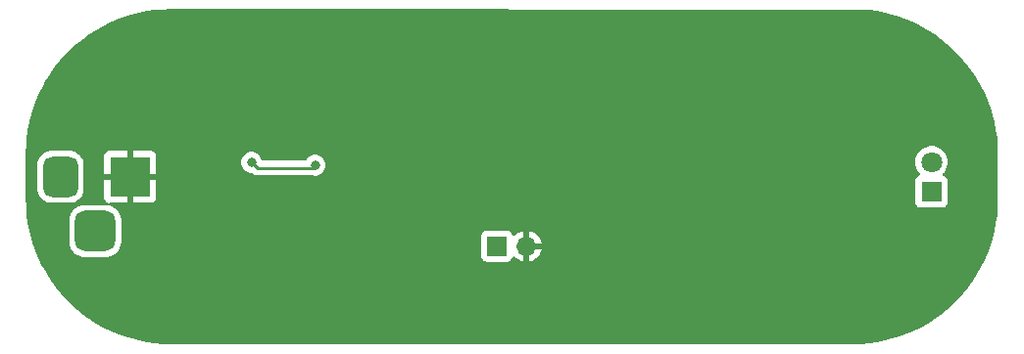
<source format=gbr>
%TF.GenerationSoftware,KiCad,Pcbnew,7.0.10*%
%TF.CreationDate,2024-11-23T20:10:39-08:00*%
%TF.ProjectId,charging-base rev1,63686172-6769-46e6-972d-626173652072,rev?*%
%TF.SameCoordinates,Original*%
%TF.FileFunction,Copper,L2,Bot*%
%TF.FilePolarity,Positive*%
%FSLAX46Y46*%
G04 Gerber Fmt 4.6, Leading zero omitted, Abs format (unit mm)*
G04 Created by KiCad (PCBNEW 7.0.10) date 2024-11-23 20:10:39*
%MOMM*%
%LPD*%
G01*
G04 APERTURE LIST*
G04 Aperture macros list*
%AMRoundRect*
0 Rectangle with rounded corners*
0 $1 Rounding radius*
0 $2 $3 $4 $5 $6 $7 $8 $9 X,Y pos of 4 corners*
0 Add a 4 corners polygon primitive as box body*
4,1,4,$2,$3,$4,$5,$6,$7,$8,$9,$2,$3,0*
0 Add four circle primitives for the rounded corners*
1,1,$1+$1,$2,$3*
1,1,$1+$1,$4,$5*
1,1,$1+$1,$6,$7*
1,1,$1+$1,$8,$9*
0 Add four rect primitives between the rounded corners*
20,1,$1+$1,$2,$3,$4,$5,0*
20,1,$1+$1,$4,$5,$6,$7,0*
20,1,$1+$1,$6,$7,$8,$9,0*
20,1,$1+$1,$8,$9,$2,$3,0*%
G04 Aperture macros list end*
%TA.AperFunction,ComponentPad*%
%ADD10R,1.700000X1.700000*%
%TD*%
%TA.AperFunction,ComponentPad*%
%ADD11O,1.700000X1.700000*%
%TD*%
%TA.AperFunction,ComponentPad*%
%ADD12R,3.500000X3.500000*%
%TD*%
%TA.AperFunction,ComponentPad*%
%ADD13RoundRect,0.750000X-0.750000X-1.000000X0.750000X-1.000000X0.750000X1.000000X-0.750000X1.000000X0*%
%TD*%
%TA.AperFunction,ComponentPad*%
%ADD14RoundRect,0.875000X-0.875000X-0.875000X0.875000X-0.875000X0.875000X0.875000X-0.875000X0.875000X0*%
%TD*%
%TA.AperFunction,ComponentPad*%
%ADD15R,1.800000X1.800000*%
%TD*%
%TA.AperFunction,ComponentPad*%
%ADD16C,1.800000*%
%TD*%
%TA.AperFunction,ViaPad*%
%ADD17C,0.800000*%
%TD*%
%TA.AperFunction,Conductor*%
%ADD18C,0.254000*%
%TD*%
G04 APERTURE END LIST*
D10*
%TO.P,J2,1,Pin_1*%
%TO.N,Net-(J2-Pin_1)*%
X148710000Y-106000000D03*
D11*
%TO.P,J2,2,Pin_2*%
%TO.N,+VDC*%
X151250000Y-106000000D03*
%TD*%
D12*
%TO.P,J1,1*%
%TO.N,+VDC*%
X117000000Y-100000000D03*
D13*
%TO.P,J1,2*%
%TO.N,GND*%
X111000000Y-100000000D03*
D14*
%TO.P,J1,3*%
X114000000Y-104700000D03*
%TD*%
D15*
%TO.P,D1,1,K*%
%TO.N,Net-(D1-K)*%
X186250000Y-101274999D03*
D16*
%TO.P,D1,2,A*%
%TO.N,Net-(D1-A)*%
X186250000Y-98734999D03*
%TD*%
D17*
%TO.N,+VDC*%
X138000000Y-98500000D03*
X177000000Y-95000000D03*
%TO.N,/output-voltage*%
X133000000Y-99000000D03*
X127500000Y-98750000D03*
%TD*%
D18*
%TO.N,/output-voltage*%
X128000000Y-99250000D02*
X127500000Y-98750000D01*
X133000000Y-99000000D02*
X132750000Y-99250000D01*
X132750000Y-99250000D02*
X128000000Y-99250000D01*
%TD*%
%TA.AperFunction,Conductor*%
%TO.N,+VDC*%
G36*
X179424495Y-85508489D02*
G01*
X179424632Y-85508500D01*
X179433054Y-85508500D01*
X179497545Y-85508500D01*
X179498313Y-85508500D01*
X179501671Y-85508545D01*
X180172932Y-85526729D01*
X180179623Y-85527092D01*
X180847229Y-85581454D01*
X180853884Y-85582177D01*
X181517608Y-85672607D01*
X181524180Y-85673685D01*
X182181999Y-85799910D01*
X182188539Y-85801349D01*
X182838591Y-85963009D01*
X182845029Y-85964797D01*
X183485355Y-86161408D01*
X183491685Y-86163540D01*
X184120441Y-86394533D01*
X184126656Y-86397010D01*
X184741971Y-86661699D01*
X184748045Y-86664509D01*
X185133882Y-86855867D01*
X185348121Y-86962120D01*
X185354022Y-86965248D01*
X185937150Y-87294934D01*
X185942861Y-87298371D01*
X186507257Y-87659126D01*
X186512775Y-87662867D01*
X186842872Y-87899976D01*
X187056805Y-88053644D01*
X187062151Y-88057708D01*
X187584194Y-88477337D01*
X187589313Y-88481684D01*
X188087908Y-88928994D01*
X188092783Y-88933613D01*
X188566385Y-89407215D01*
X188571004Y-89412090D01*
X189018314Y-89910685D01*
X189022661Y-89915804D01*
X189442290Y-90437847D01*
X189446354Y-90443193D01*
X189683137Y-90772836D01*
X189837126Y-90987215D01*
X189840887Y-90992762D01*
X190201622Y-91557129D01*
X190205084Y-91562883D01*
X190534733Y-92145944D01*
X190537879Y-92151877D01*
X190835484Y-92751943D01*
X190838304Y-92758038D01*
X191102984Y-93373330D01*
X191105470Y-93379569D01*
X191336453Y-94008296D01*
X191338597Y-94014660D01*
X191535197Y-94654953D01*
X191536994Y-94661424D01*
X191698648Y-95311450D01*
X191700091Y-95318009D01*
X191826308Y-95975791D01*
X191827395Y-95982418D01*
X191917820Y-96646103D01*
X191918546Y-96652779D01*
X191972906Y-97320368D01*
X191973270Y-97327074D01*
X191991455Y-97998338D01*
X191991500Y-98001696D01*
X191991500Y-101998303D01*
X191991455Y-102001661D01*
X191973270Y-102672925D01*
X191972906Y-102679631D01*
X191918546Y-103347220D01*
X191917820Y-103353896D01*
X191827396Y-104017581D01*
X191826309Y-104024208D01*
X191700091Y-104681990D01*
X191698648Y-104688549D01*
X191536994Y-105338575D01*
X191535197Y-105345046D01*
X191338597Y-105985339D01*
X191336453Y-105991703D01*
X191105470Y-106620430D01*
X191102984Y-106626669D01*
X190838304Y-107241961D01*
X190835484Y-107248056D01*
X190537879Y-107848122D01*
X190534733Y-107854055D01*
X190205084Y-108437116D01*
X190201622Y-108442870D01*
X189840895Y-109007223D01*
X189837126Y-109012782D01*
X189446346Y-109556818D01*
X189442282Y-109562164D01*
X189022661Y-110084195D01*
X189018314Y-110089314D01*
X188571005Y-110587909D01*
X188566386Y-110592784D01*
X188092784Y-111066386D01*
X188087909Y-111071005D01*
X187589314Y-111518314D01*
X187584195Y-111522661D01*
X187062164Y-111942282D01*
X187056818Y-111946346D01*
X186512782Y-112337126D01*
X186507223Y-112340895D01*
X185942870Y-112701622D01*
X185937116Y-112705084D01*
X185354055Y-113034733D01*
X185348122Y-113037879D01*
X184748056Y-113335484D01*
X184741961Y-113338304D01*
X184126669Y-113602984D01*
X184120430Y-113605470D01*
X183491703Y-113836453D01*
X183485339Y-113838597D01*
X182845046Y-114035197D01*
X182838575Y-114036994D01*
X182188549Y-114198648D01*
X182181990Y-114200091D01*
X181524208Y-114326309D01*
X181517581Y-114327396D01*
X180853896Y-114417820D01*
X180847220Y-114418546D01*
X180179631Y-114472906D01*
X180172925Y-114473270D01*
X179501661Y-114491455D01*
X179498303Y-114491500D01*
X120501698Y-114491500D01*
X120498340Y-114491455D01*
X119827075Y-114473270D01*
X119820369Y-114472906D01*
X119152780Y-114418546D01*
X119146104Y-114417820D01*
X118482419Y-114327396D01*
X118475792Y-114326309D01*
X117818010Y-114200091D01*
X117811451Y-114198648D01*
X117161425Y-114036994D01*
X117154954Y-114035197D01*
X116514661Y-113838597D01*
X116508297Y-113836453D01*
X115879570Y-113605470D01*
X115873331Y-113602984D01*
X115258039Y-113338305D01*
X115251944Y-113335485D01*
X114651878Y-113037879D01*
X114645964Y-113034744D01*
X114062860Y-112705072D01*
X114057130Y-112701623D01*
X113492776Y-112340895D01*
X113492751Y-112340878D01*
X113487216Y-112337126D01*
X113273271Y-112183450D01*
X112943194Y-111946355D01*
X112937848Y-111942291D01*
X112415805Y-111522662D01*
X112410686Y-111518315D01*
X111912091Y-111071005D01*
X111907216Y-111066386D01*
X111433614Y-110592784D01*
X111428995Y-110587909D01*
X110981685Y-110089314D01*
X110977338Y-110084195D01*
X110557709Y-109562152D01*
X110553645Y-109556806D01*
X110399664Y-109342439D01*
X110162867Y-109012776D01*
X110159126Y-109007258D01*
X109798372Y-108442863D01*
X109794915Y-108437116D01*
X109465266Y-107854055D01*
X109462120Y-107848122D01*
X109446959Y-107817553D01*
X109164510Y-107248046D01*
X109161695Y-107241961D01*
X109146890Y-107207544D01*
X108897010Y-106626657D01*
X108894529Y-106620430D01*
X108663540Y-105991686D01*
X108661408Y-105985356D01*
X108564153Y-105668613D01*
X111749500Y-105668613D01*
X111749501Y-105668652D01*
X111752295Y-105721243D01*
X111752295Y-105721244D01*
X111757857Y-105750000D01*
X111796755Y-105951126D01*
X111842329Y-106071889D01*
X111879425Y-106170189D01*
X111997929Y-106372131D01*
X111997934Y-106372138D01*
X112148856Y-106551141D01*
X112148858Y-106551143D01*
X112327861Y-106702065D01*
X112327868Y-106702070D01*
X112529810Y-106820574D01*
X112748874Y-106903245D01*
X112978759Y-106947705D01*
X113031378Y-106950500D01*
X113031386Y-106950500D01*
X114968614Y-106950500D01*
X114968622Y-106950500D01*
X115021241Y-106947705D01*
X115251126Y-106903245D01*
X115265369Y-106897870D01*
X147359500Y-106897870D01*
X147359501Y-106897876D01*
X147365908Y-106957483D01*
X147416202Y-107092328D01*
X147416206Y-107092335D01*
X147502452Y-107207544D01*
X147502455Y-107207547D01*
X147617664Y-107293793D01*
X147617671Y-107293797D01*
X147752517Y-107344091D01*
X147752516Y-107344091D01*
X147759444Y-107344835D01*
X147812127Y-107350500D01*
X149607872Y-107350499D01*
X149667483Y-107344091D01*
X149802331Y-107293796D01*
X149917546Y-107207546D01*
X150003796Y-107092331D01*
X150053002Y-106960401D01*
X150094872Y-106904468D01*
X150160337Y-106880050D01*
X150228610Y-106894901D01*
X150256865Y-106916053D01*
X150378917Y-107038105D01*
X150572421Y-107173600D01*
X150786507Y-107273429D01*
X150786516Y-107273433D01*
X151000000Y-107330634D01*
X151000000Y-106435501D01*
X151107685Y-106484680D01*
X151214237Y-106500000D01*
X151285763Y-106500000D01*
X151392315Y-106484680D01*
X151500000Y-106435501D01*
X151500000Y-107330633D01*
X151713483Y-107273433D01*
X151713492Y-107273429D01*
X151927578Y-107173600D01*
X152121082Y-107038105D01*
X152288105Y-106871082D01*
X152423600Y-106677578D01*
X152523429Y-106463492D01*
X152523432Y-106463486D01*
X152580636Y-106250000D01*
X151683686Y-106250000D01*
X151709493Y-106209844D01*
X151750000Y-106071889D01*
X151750000Y-105928111D01*
X151709493Y-105790156D01*
X151683686Y-105750000D01*
X152580636Y-105750000D01*
X152580635Y-105749999D01*
X152523432Y-105536513D01*
X152523429Y-105536507D01*
X152423600Y-105322422D01*
X152423599Y-105322420D01*
X152288113Y-105128926D01*
X152288108Y-105128920D01*
X152121082Y-104961894D01*
X151927578Y-104826399D01*
X151713492Y-104726570D01*
X151713486Y-104726567D01*
X151500000Y-104669364D01*
X151500000Y-105564498D01*
X151392315Y-105515320D01*
X151285763Y-105500000D01*
X151214237Y-105500000D01*
X151107685Y-105515320D01*
X151000000Y-105564498D01*
X151000000Y-104669364D01*
X150999999Y-104669364D01*
X150786513Y-104726567D01*
X150786507Y-104726570D01*
X150572422Y-104826399D01*
X150572420Y-104826400D01*
X150378926Y-104961886D01*
X150256865Y-105083947D01*
X150195542Y-105117431D01*
X150125850Y-105112447D01*
X150069917Y-105070575D01*
X150053002Y-105039598D01*
X150003797Y-104907671D01*
X150003793Y-104907664D01*
X149917547Y-104792455D01*
X149917544Y-104792452D01*
X149802335Y-104706206D01*
X149802328Y-104706202D01*
X149667482Y-104655908D01*
X149667483Y-104655908D01*
X149607883Y-104649501D01*
X149607881Y-104649500D01*
X149607873Y-104649500D01*
X149607864Y-104649500D01*
X147812129Y-104649500D01*
X147812123Y-104649501D01*
X147752516Y-104655908D01*
X147617671Y-104706202D01*
X147617664Y-104706206D01*
X147502455Y-104792452D01*
X147502452Y-104792455D01*
X147416206Y-104907664D01*
X147416202Y-104907671D01*
X147365908Y-105042517D01*
X147359501Y-105102116D01*
X147359500Y-105102135D01*
X147359500Y-106897870D01*
X115265369Y-106897870D01*
X115470190Y-106820574D01*
X115672132Y-106702070D01*
X115851142Y-106551142D01*
X116002070Y-106372132D01*
X116120574Y-106170190D01*
X116203245Y-105951126D01*
X116247705Y-105721241D01*
X116250500Y-105668622D01*
X116250500Y-103731378D01*
X116247705Y-103678759D01*
X116203245Y-103448874D01*
X116120574Y-103229810D01*
X116002070Y-103027868D01*
X116002065Y-103027861D01*
X115851143Y-102848858D01*
X115851141Y-102848856D01*
X115672138Y-102697934D01*
X115672131Y-102697929D01*
X115470189Y-102579425D01*
X115379832Y-102545326D01*
X115251126Y-102496755D01*
X115245899Y-102495744D01*
X115183817Y-102463688D01*
X115148922Y-102403156D01*
X115152291Y-102333368D01*
X115192856Y-102276480D01*
X115257738Y-102250554D01*
X115269445Y-102250000D01*
X116750000Y-102250000D01*
X116750000Y-101433686D01*
X116790156Y-101459493D01*
X116928111Y-101500000D01*
X117071889Y-101500000D01*
X117209844Y-101459493D01*
X117250000Y-101433686D01*
X117250000Y-102250000D01*
X118797828Y-102250000D01*
X118797844Y-102249999D01*
X118857372Y-102243598D01*
X118857379Y-102243596D01*
X118992086Y-102193354D01*
X118992093Y-102193350D01*
X119107187Y-102107190D01*
X119107190Y-102107187D01*
X119193350Y-101992093D01*
X119193354Y-101992086D01*
X119243596Y-101857379D01*
X119243598Y-101857372D01*
X119249999Y-101797844D01*
X119250000Y-101797827D01*
X119250000Y-100250000D01*
X117500000Y-100250000D01*
X117500000Y-99750000D01*
X119250000Y-99750000D01*
X119250000Y-98750000D01*
X126594540Y-98750000D01*
X126614326Y-98938256D01*
X126614327Y-98938259D01*
X126672818Y-99118277D01*
X126672821Y-99118284D01*
X126767467Y-99282216D01*
X126876984Y-99403847D01*
X126894129Y-99422888D01*
X127047265Y-99534148D01*
X127047270Y-99534151D01*
X127220192Y-99611142D01*
X127220197Y-99611144D01*
X127405354Y-99650500D01*
X127460730Y-99650500D01*
X127527769Y-99670185D01*
X127545614Y-99684108D01*
X127561846Y-99699351D01*
X127564643Y-99702062D01*
X127584207Y-99721626D01*
X127587385Y-99724090D01*
X127596281Y-99731687D01*
X127628235Y-99761695D01*
X127628237Y-99761696D01*
X127645867Y-99771387D01*
X127662135Y-99782072D01*
X127678038Y-99794408D01*
X127718262Y-99811814D01*
X127728754Y-99816954D01*
X127767158Y-99838068D01*
X127767160Y-99838069D01*
X127767166Y-99838072D01*
X127786240Y-99842969D01*
X127786660Y-99843077D01*
X127805064Y-99849377D01*
X127823542Y-99857374D01*
X127866851Y-99864233D01*
X127878258Y-99866595D01*
X127920728Y-99877500D01*
X127940858Y-99877500D01*
X127960257Y-99879027D01*
X127980133Y-99882175D01*
X128019928Y-99878413D01*
X128023770Y-99878050D01*
X128035439Y-99877500D01*
X132667033Y-99877500D01*
X132682681Y-99879227D01*
X132682708Y-99878946D01*
X132690475Y-99879680D01*
X132690476Y-99879679D01*
X132690477Y-99879680D01*
X132757919Y-99877561D01*
X132761813Y-99877500D01*
X132784116Y-99877500D01*
X132809896Y-99880209D01*
X132905354Y-99900500D01*
X132905355Y-99900500D01*
X133094644Y-99900500D01*
X133094646Y-99900500D01*
X133279803Y-99861144D01*
X133452730Y-99784151D01*
X133605871Y-99672888D01*
X133732533Y-99532216D01*
X133827179Y-99368284D01*
X133885674Y-99188256D01*
X133905460Y-99000000D01*
X133885674Y-98811744D01*
X133860740Y-98735005D01*
X184844700Y-98735005D01*
X184863864Y-98966296D01*
X184863866Y-98966307D01*
X184920842Y-99191299D01*
X185014075Y-99403847D01*
X185141016Y-99598146D01*
X185141019Y-99598150D01*
X185141021Y-99598152D01*
X185235803Y-99701113D01*
X185266724Y-99763766D01*
X185258864Y-99833192D01*
X185214716Y-99887347D01*
X185187906Y-99901276D01*
X185107669Y-99931202D01*
X185107664Y-99931205D01*
X184992455Y-100017451D01*
X184992452Y-100017454D01*
X184906206Y-100132663D01*
X184906202Y-100132670D01*
X184855908Y-100267516D01*
X184849501Y-100327115D01*
X184849501Y-100327122D01*
X184849500Y-100327134D01*
X184849500Y-102222869D01*
X184849501Y-102222875D01*
X184855908Y-102282482D01*
X184906202Y-102417327D01*
X184906206Y-102417334D01*
X184992452Y-102532543D01*
X184992455Y-102532546D01*
X185107664Y-102618792D01*
X185107671Y-102618796D01*
X185242517Y-102669090D01*
X185242516Y-102669090D01*
X185249444Y-102669834D01*
X185302127Y-102675499D01*
X187197872Y-102675498D01*
X187257483Y-102669090D01*
X187392331Y-102618795D01*
X187507546Y-102532545D01*
X187593796Y-102417330D01*
X187644091Y-102282482D01*
X187650500Y-102222872D01*
X187650499Y-100327127D01*
X187644091Y-100267516D01*
X187593796Y-100132668D01*
X187593795Y-100132667D01*
X187593793Y-100132663D01*
X187507547Y-100017454D01*
X187507544Y-100017451D01*
X187392335Y-99931205D01*
X187392328Y-99931201D01*
X187312094Y-99901276D01*
X187256160Y-99859405D01*
X187231743Y-99793940D01*
X187246595Y-99725667D01*
X187264190Y-99701120D01*
X187358979Y-99598152D01*
X187485924Y-99403848D01*
X187579157Y-99191299D01*
X187636134Y-98966304D01*
X187636135Y-98966296D01*
X187655300Y-98735005D01*
X187655300Y-98734992D01*
X187636135Y-98503701D01*
X187636133Y-98503690D01*
X187579157Y-98278698D01*
X187485924Y-98066150D01*
X187358983Y-97871851D01*
X187358980Y-97871848D01*
X187358979Y-97871846D01*
X187201784Y-97701086D01*
X187201779Y-97701082D01*
X187201777Y-97701080D01*
X187018634Y-97558534D01*
X187018628Y-97558530D01*
X186814504Y-97448063D01*
X186814495Y-97448060D01*
X186594984Y-97372701D01*
X186423282Y-97344049D01*
X186366049Y-97334499D01*
X186133951Y-97334499D01*
X186088164Y-97342139D01*
X185905015Y-97372701D01*
X185685504Y-97448060D01*
X185685495Y-97448063D01*
X185481371Y-97558530D01*
X185481365Y-97558534D01*
X185298222Y-97701080D01*
X185298219Y-97701083D01*
X185141016Y-97871851D01*
X185014075Y-98066150D01*
X184920842Y-98278698D01*
X184863866Y-98503690D01*
X184863864Y-98503701D01*
X184844700Y-98734992D01*
X184844700Y-98735005D01*
X133860740Y-98735005D01*
X133827179Y-98631716D01*
X133732533Y-98467784D01*
X133605871Y-98327112D01*
X133605870Y-98327111D01*
X133452734Y-98215851D01*
X133452729Y-98215848D01*
X133279807Y-98138857D01*
X133279802Y-98138855D01*
X133134001Y-98107865D01*
X133094646Y-98099500D01*
X132905354Y-98099500D01*
X132872897Y-98106398D01*
X132720197Y-98138855D01*
X132720192Y-98138857D01*
X132547270Y-98215848D01*
X132547265Y-98215851D01*
X132394129Y-98327111D01*
X132267465Y-98467785D01*
X132213937Y-98560500D01*
X132163370Y-98608716D01*
X132106550Y-98622500D01*
X128495506Y-98622500D01*
X128428467Y-98602815D01*
X128382712Y-98550011D01*
X128377575Y-98536818D01*
X128327181Y-98381721D01*
X128327178Y-98381715D01*
X128295653Y-98327112D01*
X128232533Y-98217784D01*
X128105871Y-98077112D01*
X128105870Y-98077111D01*
X127952734Y-97965851D01*
X127952729Y-97965848D01*
X127779807Y-97888857D01*
X127779802Y-97888855D01*
X127634001Y-97857865D01*
X127594646Y-97849500D01*
X127405354Y-97849500D01*
X127372897Y-97856398D01*
X127220197Y-97888855D01*
X127220192Y-97888857D01*
X127047270Y-97965848D01*
X127047265Y-97965851D01*
X126894129Y-98077111D01*
X126767466Y-98217785D01*
X126672821Y-98381715D01*
X126672818Y-98381722D01*
X126633185Y-98503701D01*
X126614326Y-98561744D01*
X126594540Y-98750000D01*
X119250000Y-98750000D01*
X119250000Y-98202172D01*
X119249999Y-98202155D01*
X119243598Y-98142627D01*
X119243596Y-98142620D01*
X119193354Y-98007913D01*
X119193350Y-98007906D01*
X119107190Y-97892812D01*
X119107187Y-97892809D01*
X118992093Y-97806649D01*
X118992086Y-97806645D01*
X118857379Y-97756403D01*
X118857372Y-97756401D01*
X118797844Y-97750000D01*
X117250000Y-97750000D01*
X117250000Y-98566313D01*
X117209844Y-98540507D01*
X117071889Y-98500000D01*
X116928111Y-98500000D01*
X116790156Y-98540507D01*
X116750000Y-98566313D01*
X116750000Y-97750000D01*
X115202155Y-97750000D01*
X115142627Y-97756401D01*
X115142620Y-97756403D01*
X115007913Y-97806645D01*
X115007906Y-97806649D01*
X114892812Y-97892809D01*
X114892809Y-97892812D01*
X114806649Y-98007906D01*
X114806645Y-98007913D01*
X114756403Y-98142620D01*
X114756401Y-98142627D01*
X114750000Y-98202155D01*
X114750000Y-99750000D01*
X116500000Y-99750000D01*
X116500000Y-100250000D01*
X114750000Y-100250000D01*
X114750000Y-101797844D01*
X114756401Y-101857372D01*
X114756403Y-101857379D01*
X114806645Y-101992086D01*
X114806649Y-101992093D01*
X114892809Y-102107187D01*
X114892812Y-102107190D01*
X115007906Y-102193350D01*
X115007911Y-102193353D01*
X115056605Y-102211515D01*
X115112538Y-102253387D01*
X115136955Y-102318851D01*
X115122103Y-102387124D01*
X115072698Y-102436529D01*
X115006692Y-102451522D01*
X114968652Y-102449501D01*
X114968629Y-102449500D01*
X114968622Y-102449500D01*
X113031378Y-102449500D01*
X113031370Y-102449500D01*
X113031347Y-102449501D01*
X112978756Y-102452295D01*
X112978755Y-102452295D01*
X112748878Y-102496754D01*
X112748876Y-102496754D01*
X112748874Y-102496755D01*
X112674933Y-102524659D01*
X112529810Y-102579425D01*
X112327868Y-102697929D01*
X112327861Y-102697934D01*
X112148858Y-102848856D01*
X112148856Y-102848858D01*
X111997934Y-103027861D01*
X111997929Y-103027868D01*
X111879425Y-103229810D01*
X111832598Y-103353896D01*
X111796755Y-103448874D01*
X111796754Y-103448876D01*
X111796754Y-103448878D01*
X111752295Y-103678755D01*
X111752295Y-103678756D01*
X111749501Y-103731347D01*
X111749500Y-103731386D01*
X111749500Y-105668613D01*
X108564153Y-105668613D01*
X108464797Y-105345030D01*
X108463009Y-105338592D01*
X108301349Y-104688540D01*
X108299908Y-104681990D01*
X108173686Y-104024181D01*
X108172608Y-104017609D01*
X108082177Y-103353885D01*
X108081453Y-103347220D01*
X108055448Y-103027861D01*
X108027092Y-102679624D01*
X108026729Y-102672925D01*
X108020731Y-102451522D01*
X108008545Y-102001661D01*
X108008500Y-101998303D01*
X108008500Y-101064208D01*
X108999500Y-101064208D01*
X108999501Y-101064223D01*
X109009904Y-101196413D01*
X109009905Y-101196420D01*
X109064902Y-101414678D01*
X109064903Y-101414681D01*
X109157991Y-101619622D01*
X109157997Y-101619632D01*
X109286174Y-101804645D01*
X109286178Y-101804650D01*
X109286181Y-101804654D01*
X109445346Y-101963819D01*
X109445350Y-101963822D01*
X109445354Y-101963825D01*
X109584603Y-102060297D01*
X109630374Y-102092007D01*
X109835317Y-102185096D01*
X109835321Y-102185097D01*
X110053579Y-102240094D01*
X110053581Y-102240094D01*
X110053588Y-102240096D01*
X110185783Y-102250500D01*
X111814216Y-102250499D01*
X111946412Y-102240096D01*
X112164683Y-102185096D01*
X112369626Y-102092007D01*
X112554654Y-101963819D01*
X112713819Y-101804654D01*
X112842007Y-101619626D01*
X112935096Y-101414683D01*
X112990096Y-101196412D01*
X113000500Y-101064217D01*
X113000499Y-98935784D01*
X112990096Y-98803588D01*
X112972814Y-98735005D01*
X112935097Y-98585321D01*
X112935096Y-98585318D01*
X112924388Y-98561744D01*
X112842007Y-98380374D01*
X112729365Y-98217785D01*
X112713825Y-98195354D01*
X112713822Y-98195350D01*
X112713819Y-98195346D01*
X112554654Y-98036181D01*
X112554650Y-98036178D01*
X112554645Y-98036174D01*
X112369632Y-97907997D01*
X112369630Y-97907995D01*
X112369626Y-97907993D01*
X112336197Y-97892809D01*
X112164681Y-97814903D01*
X112164678Y-97814902D01*
X111946420Y-97759905D01*
X111946413Y-97759904D01*
X111901902Y-97756401D01*
X111814217Y-97749500D01*
X111814215Y-97749500D01*
X110185791Y-97749500D01*
X110185776Y-97749501D01*
X110053586Y-97759904D01*
X110053579Y-97759905D01*
X109835321Y-97814902D01*
X109835318Y-97814903D01*
X109630377Y-97907991D01*
X109630367Y-97907997D01*
X109445354Y-98036174D01*
X109445342Y-98036184D01*
X109286184Y-98195342D01*
X109286174Y-98195354D01*
X109157997Y-98380367D01*
X109157991Y-98380377D01*
X109064903Y-98585318D01*
X109064902Y-98585321D01*
X109009905Y-98803579D01*
X109009904Y-98803586D01*
X108999500Y-98935777D01*
X108999500Y-101064208D01*
X108008500Y-101064208D01*
X108008500Y-100040615D01*
X108008641Y-100036431D01*
X108008633Y-100034442D01*
X108008634Y-100034439D01*
X108008500Y-99999098D01*
X108008500Y-99963632D01*
X108008500Y-99961623D01*
X108008341Y-99957423D01*
X108008046Y-99879680D01*
X108000897Y-97994195D01*
X108000941Y-97990389D01*
X108003174Y-97907993D01*
X108019117Y-97319452D01*
X108019481Y-97312756D01*
X108050473Y-96932160D01*
X108073843Y-96645158D01*
X108074568Y-96638493D01*
X108130419Y-96228571D01*
X108164998Y-95974773D01*
X108166074Y-95968213D01*
X108292301Y-95310380D01*
X108293741Y-95303839D01*
X108409638Y-94837811D01*
X108455403Y-94653786D01*
X108457185Y-94647368D01*
X108653802Y-94007021D01*
X108655927Y-94000715D01*
X108886929Y-93371934D01*
X108889395Y-93365745D01*
X109154097Y-92750404D01*
X109156894Y-92744358D01*
X109454521Y-92144248D01*
X109457647Y-92138353D01*
X109787313Y-91555262D01*
X109790750Y-91549549D01*
X110151517Y-90985134D01*
X110155271Y-90979600D01*
X110546045Y-90435572D01*
X110550094Y-90430245D01*
X110969746Y-89908175D01*
X110974058Y-89903097D01*
X111421403Y-89404463D01*
X111425986Y-89399626D01*
X111899626Y-88925986D01*
X111904463Y-88921403D01*
X112403097Y-88474058D01*
X112408175Y-88469746D01*
X112930245Y-88050094D01*
X112935572Y-88046045D01*
X113479600Y-87655271D01*
X113485134Y-87651517D01*
X114049549Y-87290750D01*
X114055262Y-87287313D01*
X114638353Y-86957647D01*
X114644248Y-86954521D01*
X115244358Y-86656894D01*
X115250404Y-86654097D01*
X115865745Y-86389395D01*
X115871934Y-86386929D01*
X116500715Y-86155927D01*
X116507021Y-86153802D01*
X117147368Y-85957185D01*
X117153786Y-85955403D01*
X117803856Y-85793737D01*
X117810380Y-85792301D01*
X118468213Y-85666074D01*
X118474773Y-85664998D01*
X119138503Y-85574566D01*
X119145158Y-85573843D01*
X119812766Y-85519480D01*
X119819452Y-85519117D01*
X120490727Y-85500933D01*
X120494085Y-85500888D01*
X120494710Y-85500888D01*
X179424495Y-85508489D01*
G37*
%TD.AperFunction*%
%TD*%
M02*

</source>
